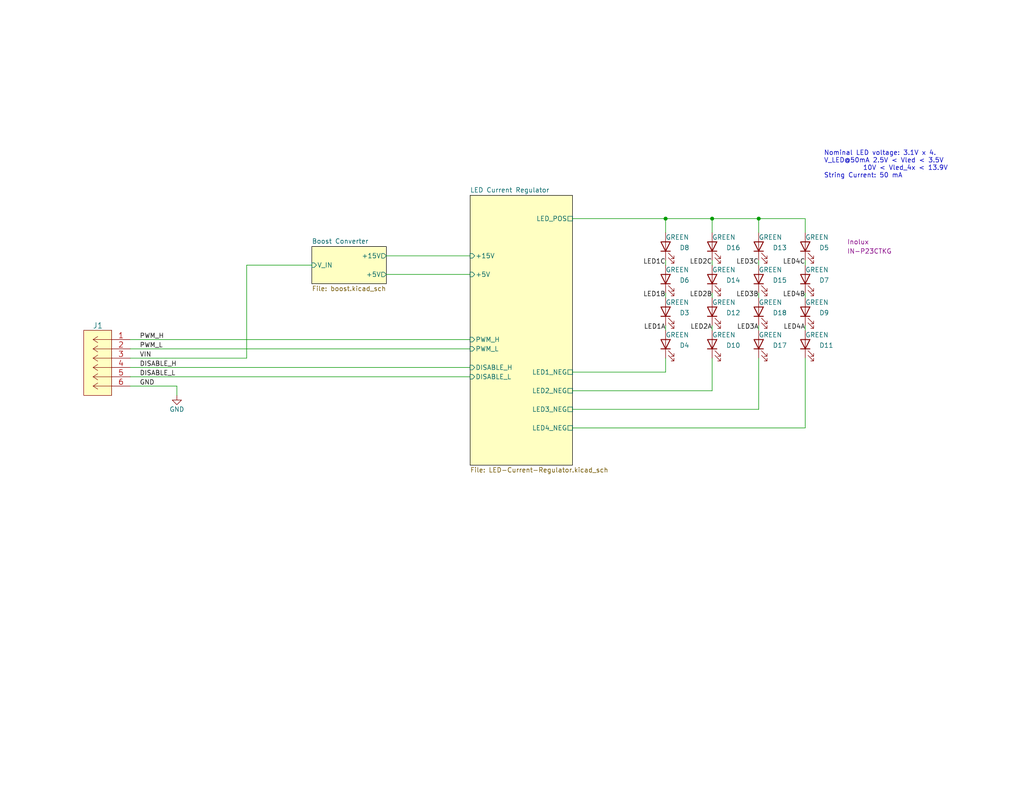
<source format=kicad_sch>
(kicad_sch (version 20211123) (generator eeschema)
  (paper "USLetter")
  (title_block (title "LED RING DRIVER") (date "2022-01-15") (rev "1.5") (company "SPARTAN 971"))
  (lib_symbols
    (symbol "Device:LED" (pin_numbers hide) (pin_names (offset 1.016) hide)
      (property "Reference" "D" (at 0 2.54 0))
      (property "Value" "LED" (at 0 -2.54 0))
      (symbol "LED_0_1"
        (polyline (pts (xy -1.27 -1.27) (xy -1.27 1.27)) (stroke (width 0.254)))
        (polyline (pts (xy -1.27 0) (xy 1.27 0)))
        (polyline (pts (xy 1.27 -1.27) (xy 1.27 1.27) (xy -1.27 0) (xy 1.27 -1.27)) (stroke (width 0.254)))
        (polyline (pts (xy -3.048 -0.762) (xy -4.572 -2.286) (xy -3.81 -2.286) (xy -4.572 -2.286) (xy -4.572 -1.524)))
        (polyline (pts (xy -1.778 -0.762) (xy -3.302 -2.286) (xy -2.54 -2.286) (xy -3.302 -2.286) (xy -3.302 -1.524)))
      )
      (symbol "LED_1_1"
        (pin passive line (at -3.81 0 0) (length 2.54) (name "K") (number "1"))
        (pin passive line (at 3.81 0 180) (length 2.54) (name "A") (number "2"))
      )
    )
    (symbol "led-ring-driver:430450601" (pin_names (offset 0.254) hide)
      (property "Reference" "J" (at 7.62 3.81 0))
      (symbol "430450601_0_1"
        (rectangle (start 5.08 2.54) (end 12.7 -15.24) (fill (type background)))
      )
      (symbol "430450601_1_1"
        (polyline (pts (xy 10.16 -12.7) (xy 5.08 -12.7)) (stroke (width 0.127)))
        (polyline (pts (xy 10.16 -12.7) (xy 8.89 -13.5382)) (stroke (width 0.127)))
        (polyline (pts (xy 10.16 -12.7) (xy 8.89 -11.8618)) (stroke (width 0.127)))
        (polyline (pts (xy 10.16 -10.16) (xy 5.08 -10.16)) (stroke (width 0.127)))
        (polyline (pts (xy 10.16 -10.16) (xy 8.89 -10.9982)) (stroke (width 0.127)))
        (polyline (pts (xy 10.16 -10.16) (xy 8.89 -9.3218)) (stroke (width 0.127)))
        (polyline (pts (xy 10.16 -7.62) (xy 5.08 -7.62)) (stroke (width 0.127)))
        (polyline (pts (xy 10.16 -7.62) (xy 8.89 -8.4582)) (stroke (width 0.127)))
        (polyline (pts (xy 10.16 -7.62) (xy 8.89 -6.7818)) (stroke (width 0.127)))
        (polyline (pts (xy 10.16 -5.08) (xy 5.08 -5.08)) (stroke (width 0.127)))
        (polyline (pts (xy 10.16 -5.08) (xy 8.89 -5.9182)) (stroke (width 0.127)))
        (polyline (pts (xy 10.16 -5.08) (xy 8.89 -4.2418)) (stroke (width 0.127)))
        (polyline (pts (xy 10.16 -2.54) (xy 5.08 -2.54)) (stroke (width 0.127)))
        (polyline (pts (xy 10.16 -2.54) (xy 8.89 -3.3782)) (stroke (width 0.127)))
        (polyline (pts (xy 10.16 -2.54) (xy 8.89 -1.7018)) (stroke (width 0.127)))
        (polyline (pts (xy 10.16 0) (xy 5.08 0)) (stroke (width 0.127)))
        (polyline (pts (xy 10.16 0) (xy 8.89 -0.8382)) (stroke (width 0.127)))
        (polyline (pts (xy 10.16 0) (xy 8.89 0.8382)) (stroke (width 0.127)))
        (pin unspecified line (at 0 0 0) (length 5.08) (name "1") (number "1"))
        (pin unspecified line (at 0 -2.54 0) (length 5.08) (name "2") (number "2"))
        (pin unspecified line (at 0 -5.08 0) (length 5.08) (name "3") (number "3"))
        (pin unspecified line (at 0 -7.62 0) (length 5.08) (name "4") (number "4"))
        (pin unspecified line (at 0 -10.16 0) (length 5.08) (name "5") (number "5"))
        (pin unspecified line (at 0 -12.7 0) (length 5.08) (name "6") (number "6"))
      )
    )
    (symbol "power:GND" (power) (pin_names (offset 0))
      (property "Value" "GND" (at 0 -3.81 0))
      (symbol "GND_0_1"
        (polyline (pts (xy 0 0) (xy 0 -1.27) (xy 1.27 -1.27) (xy 0 -2.54) (xy -1.27 -1.27) (xy 0 -1.27)))
      )
      (symbol "GND_1_1"
        (pin power_in line (at 0 0 270) (length 0) hide (name "GND") (number "1"))
      )
    )
  )
  (junction (at 194.31 59.69))
  (junction (at 207.01 59.69))
  (junction (at 181.61 59.69))
  (wire (pts (xy 181.61 59.69) (xy 181.61 63.5)))
  (wire (pts (xy 181.61 72.39) (xy 181.61 71.12)))
  (wire (pts (xy 181.61 90.17) (xy 181.61 88.9)))
  (wire (pts (xy 156.21 106.68) (xy 194.31 106.68)))
  (wire (pts (xy 35.56 97.79) (xy 67.31 97.79)))
  (wire (pts (xy 181.61 81.28) (xy 181.61 80.01)))
  (wire (pts (xy 194.31 59.69) (xy 207.01 59.69)))
  (wire (pts (xy 85.09 72.39) (xy 67.31 72.39)))
  (wire (pts (xy 35.56 95.25) (xy 128.27 95.25)))
  (wire (pts (xy 207.01 59.69) (xy 219.71 59.69)))
  (wire (pts (xy 181.61 59.69) (xy 194.31 59.69)))
  (wire (pts (xy 181.61 97.79) (xy 181.61 101.6)))
  (wire (pts (xy 194.31 72.39) (xy 194.31 71.12)))
  (wire (pts (xy 48.26 107.95) (xy 48.26 105.41)))
  (wire (pts (xy 219.71 59.69) (xy 219.71 63.5)))
  (wire (pts (xy 194.31 97.79) (xy 194.31 106.68)))
  (wire (pts (xy 219.71 81.28) (xy 219.71 80.01)))
  (wire (pts (xy 35.56 100.33) (xy 128.27 100.33)))
  (wire (pts (xy 194.31 90.17) (xy 194.31 88.9)))
  (wire (pts (xy 207.01 111.76) (xy 207.01 97.79)))
  (wire (pts (xy 207.01 90.17) (xy 207.01 88.9)))
  (wire (pts (xy 35.56 102.87) (xy 128.27 102.87)))
  (wire (pts (xy 105.41 69.85) (xy 128.27 69.85)))
  (wire (pts (xy 156.21 59.69) (xy 181.61 59.69)))
  (wire (pts (xy 194.31 59.69) (xy 194.31 63.5)))
  (wire (pts (xy 105.41 74.93) (xy 128.27 74.93)))
  (wire (pts (xy 67.31 72.39) (xy 67.31 97.79)))
  (wire (pts (xy 207.01 59.69) (xy 207.01 63.5)))
  (wire (pts (xy 35.56 92.71) (xy 128.27 92.71)))
  (wire (pts (xy 219.71 90.17) (xy 219.71 88.9)))
  (wire (pts (xy 207.01 81.28) (xy 207.01 80.01)))
  (wire (pts (xy 219.71 72.39) (xy 219.71 71.12)))
  (wire (pts (xy 207.01 72.39) (xy 207.01 71.12)))
  (wire (pts (xy 219.71 97.79) (xy 219.71 116.84)))
  (wire (pts (xy 194.31 81.28) (xy 194.31 80.01)))
  (wire (pts (xy 156.21 111.76) (xy 207.01 111.76)))
  (wire (pts (xy 156.21 101.6) (xy 181.61 101.6)))
  (wire (pts (xy 219.71 116.84) (xy 156.21 116.84)))
  (wire (pts (xy 35.56 105.41) (xy 48.26 105.41)))
  (text "Nominal LED voltage: 3.1V x 4.\nV_LED@50mA 2.5V < Vled < 3.5V\n           10V < Vled_4x < 13.9V\nString Current: 50 mA\n\n" (at 224.79 50.8 0) (effects (font (size 1.27 1.27)) (justify left bottom)))
  (label "LED4C" (at 219.71 72.39 180))
  (label "LED2B" (at 194.31 81.28 180))
  (label "LED3B" (at 207.01 81.28 180))
  (label "LED3A" (at 207.01 90.17 180))
  (label "LED2C" (at 194.31 72.39 180))
  (label "LED4A" (at 219.71 90.17 180))
  (label "LED1A" (at 181.61 90.17 180))
  (label "LED4B" (at 219.71 81.28 180))
  (label "PWM_H" (at 38.1 92.71 0))
  (label "LED2A" (at 194.31 90.17 180))
  (label "DISABLE_L" (at 38.1 102.87 0))
  (label "VIN" (at 38.1 97.79 0))
  (label "PWM_L" (at 38.1 95.25 0))
  (label "GND" (at 38.1 105.41 0))
  (label "DISABLE_H" (at 38.1 100.33 0))
  (label "LED1B" (at 181.61 81.28 180))
  (label "LED3C" (at 207.01 72.39 180))
  (label "LED1C" (at 181.61 72.39 180))
  (symbol (lib_id "Device:LED") (at 207.01 85.09 90) (unit 1)
    (property "Reference" "D18" (at 210.82 85.4074 90) (effects (justify right)))
    (property "Value" "GREEN" (at 207.01 82.55 90) (effects (justify right)))
    (property "Footprint" "LED_SMD:LED_PLCC_2835" (effects hide))
    (property "Datasheet" "https://www.inolux-corp.com/datasheet/SMDLED/Mono%20Color%20Top%20View/IN-P23CTKG_V1.0.pdf" (effects hide))
    (property "MFG" "Inolux" (effects hide))
    (property "P/N" "IN-P23CTKG" (effects hide))
  )
  (symbol (lib_id "Device:LED") (at 219.71 85.09 90) (unit 1)
    (property "Reference" "D9" (at 223.52 85.4074 90) (effects (justify right)))
    (property "Value" "GREEN" (at 219.71 82.55 90) (effects (justify right)))
    (property "Footprint" "LED_SMD:LED_PLCC_2835" (effects hide))
    (property "Datasheet" "https://www.inolux-corp.com/datasheet/SMDLED/Mono%20Color%20Top%20View/IN-P23CTKG_V1.0.pdf" (effects hide))
    (property "MFG" "Inolux" (effects hide))
    (property "P/N" "IN-P23CTKG" (effects hide))
  )
  (symbol (lib_id "Device:LED") (at 194.31 67.31 90) (unit 1)
    (property "Reference" "D16" (at 198.12 67.6274 90) (effects (justify right)))
    (property "Value" "GREEN" (at 194.31 64.77 90) (effects (justify right)))
    (property "Footprint" "LED_SMD:LED_PLCC_2835" (effects hide))
    (property "Datasheet" "https://www.inolux-corp.com/datasheet/SMDLED/Mono%20Color%20Top%20View/IN-P23CTKG_V1.0.pdf" (effects hide))
    (property "MFG" "Inolux" (effects hide))
    (property "P/N" "IN-P23CTKG" (effects hide))
  )
  (symbol (lib_id "Device:LED") (at 181.61 67.31 90) (unit 1)
    (property "Reference" "D8" (at 185.42 67.6274 90) (effects (justify right)))
    (property "Value" "GREEN" (at 181.61 64.77 90) (effects (justify right)))
    (property "Footprint" "LED_SMD:LED_PLCC_2835" (effects hide))
    (property "Datasheet" "https://www.inolux-corp.com/datasheet/SMDLED/Mono%20Color%20Top%20View/IN-P23CTKG_V1.0.pdf" (effects hide))
    (property "MFG" "Inolux" (effects hide))
    (property "P/N" "IN-P23CTKG" (effects hide))
  )
  (symbol (lib_id "Device:LED") (at 219.71 93.98 90) (unit 1)
    (property "Reference" "D11" (at 223.52 94.2974 90) (effects (justify right)))
    (property "Value" "GREEN" (at 219.71 91.44 90) (effects (justify right)))
    (property "Footprint" "LED_SMD:LED_PLCC_2835" (effects hide))
    (property "Datasheet" "https://www.inolux-corp.com/datasheet/SMDLED/Mono%20Color%20Top%20View/IN-P23CTKG_V1.0.pdf" (effects hide))
    (property "MFG" "Inolux" (effects hide))
    (property "P/N" "IN-P23CTKG" (effects hide))
  )
  (symbol (lib_id "Device:LED") (at 194.31 76.2 90) (unit 1)
    (property "Reference" "D14" (at 198.12 76.5174 90) (effects (justify right)))
    (property "Value" "GREEN" (at 194.31 73.66 90) (effects (justify right)))
    (property "Footprint" "LED_SMD:LED_PLCC_2835" (effects hide))
    (property "Datasheet" "https://www.inolux-corp.com/datasheet/SMDLED/Mono%20Color%20Top%20View/IN-P23CTKG_V1.0.pdf" (effects hide))
    (property "MFG" "Inolux" (effects hide))
    (property "P/N" "IN-P23CTKG" (effects hide))
  )
  (symbol (lib_id "Device:LED") (at 219.71 76.2 90) (unit 1)
    (property "Reference" "D7" (at 223.52 76.5174 90) (effects (justify right)))
    (property "Value" "GREEN" (at 219.71 73.66 90) (effects (justify right)))
    (property "Footprint" "LED_SMD:LED_PLCC_2835" (effects hide))
    (property "Datasheet" "https://www.inolux-corp.com/datasheet/SMDLED/Mono%20Color%20Top%20View/IN-P23CTKG_V1.0.pdf" (effects hide))
    (property "MFG" "Inolux" (effects hide))
    (property "P/N" "IN-P23CTKG" (effects hide))
  )
  (symbol (lib_id "Device:LED") (at 207.01 67.31 90) (unit 1)
    (property "Reference" "D13" (at 210.82 67.6274 90) (effects (justify right)))
    (property "Value" "GREEN" (at 207.01 64.77 90) (effects (justify right)))
    (property "Footprint" "LED_SMD:LED_PLCC_2835" (effects hide))
    (property "Datasheet" "https://www.inolux-corp.com/datasheet/SMDLED/Mono%20Color%20Top%20View/IN-P23CTKG_V1.0.pdf" (effects hide))
    (property "MFG" "Inolux" (effects hide))
    (property "P/N" "IN-P23CTKG" (effects hide))
  )
  (symbol (lib_id "Device:LED") (at 194.31 93.98 90) (unit 1)
    (property "Reference" "D10" (at 198.12 94.2974 90) (effects (justify right)))
    (property "Value" "GREEN" (at 194.31 91.44 90) (effects (justify right)))
    (property "Footprint" "LED_SMD:LED_PLCC_2835" (effects hide))
    (property "Datasheet" "https://www.inolux-corp.com/datasheet/SMDLED/Mono%20Color%20Top%20View/IN-P23CTKG_V1.0.pdf" (effects hide))
    (property "MFG" "Inolux" (effects hide))
    (property "P/N" "IN-P23CTKG" (effects hide))
  )
  (symbol (lib_id "Device:LED") (at 207.01 76.2 90) (unit 1)
    (property "Reference" "D15" (at 210.82 76.5174 90) (effects (justify right)))
    (property "Value" "GREEN" (at 207.01 73.66 90) (effects (justify right)))
    (property "Footprint" "LED_SMD:LED_PLCC_2835" (effects hide))
    (property "Datasheet" "https://www.inolux-corp.com/datasheet/SMDLED/Mono%20Color%20Top%20View/IN-P23CTKG_V1.0.pdf" (effects hide))
    (property "MFG" "Inolux" (effects hide))
    (property "P/N" "IN-P23CTKG" (effects hide))
  )
  (symbol (lib_id "power:GND") (at 48.26 107.95 0) (unit 1)
    (property "Reference" "#PWR0112" (effects hide))
    (property "Value" "GND" (at 48.26 111.76 0))
  )
  (symbol (lib_id "Device:LED") (at 181.61 85.09 90) (unit 1)
    (property "Reference" "D3" (at 185.42 85.4074 90) (effects (justify right)))
    (property "Value" "GREEN" (at 181.61 82.55 90) (effects (justify right)))
    (property "Footprint" "LED_SMD:LED_PLCC_2835" (effects hide))
    (property "Datasheet" "https://www.inolux-corp.com/datasheet/SMDLED/Mono%20Color%20Top%20View/IN-P23CTKG_V1.0.pdf" (effects hide))
    (property "MFG" "Inolux" (effects hide))
    (property "P/N" "IN-P23CTKG" (effects hide))
  )
  (symbol (lib_id "Device:LED") (at 181.61 76.2 90) (unit 1)
    (property "Reference" "D6" (at 185.42 76.5174 90) (effects (justify right)))
    (property "Value" "GREEN" (at 181.61 73.66 90) (effects (justify right)))
    (property "Footprint" "LED_SMD:LED_PLCC_2835" (effects hide))
    (property "Datasheet" "https://www.inolux-corp.com/datasheet/SMDLED/Mono%20Color%20Top%20View/IN-P23CTKG_V1.0.pdf" (effects hide))
    (property "MFG" "Inolux" (effects hide))
    (property "P/N" "IN-P23CTKG" (effects hide))
  )
  (symbol (lib_id "Device:LED") (at 207.01 93.98 90) (unit 1)
    (property "Reference" "D17" (at 210.82 94.2974 90) (effects (justify right)))
    (property "Value" "GREEN" (at 207.01 91.44 90) (effects (justify right)))
    (property "Footprint" "LED_SMD:LED_PLCC_2835" (effects hide))
    (property "Datasheet" "https://www.inolux-corp.com/datasheet/SMDLED/Mono%20Color%20Top%20View/IN-P23CTKG_V1.0.pdf" (effects hide))
    (property "MFG" "Inolux" (effects hide))
    (property "P/N" "IN-P23CTKG" (effects hide))
  )
  (symbol (lib_id "Device:LED") (at 219.71 67.31 90) (unit 1)
    (property "Reference" "D5" (at 223.52 67.6274 90) (effects (justify right)))
    (property "Value" "GREEN" (at 219.71 64.77 90) (effects (justify right)))
    (property "Footprint" "LED_SMD:LED_PLCC_2835" (effects hide))
    (property "Datasheet" "https://www.inolux-corp.com/datasheet/SMDLED/Mono%20Color%20Top%20View/IN-P23CTKG_V1.0.pdf" (effects hide))
    (property "MFG" "Inolux" (at 231.14 66.04 90) (effects (justify right)))
    (property "P/N" "IN-P23CTKG" (at 231.14 68.58 90) (effects (justify right)))
  )
  (symbol (lib_id "led-ring-driver:430450601") (at 35.56 92.71 0) (mirror y) (unit 1)
    (property "Reference" "J1" (at 26.7017 88.9 0) (effects (font (size 1.524 1.524))))
    (property "Value" "430450601" (effects hide))
    (property "Footprint" "led-ring-driver:430450601" (effects hide))
    (property "Datasheet" "https://media.digikey.com/pdf/Data%20Sheets/Molex%20PDFs/PK-70873-05xx_1_N3.pdf" (effects hide))
    (property "MFG" "Molex" (effects hide))
    (property "P/N" "0430450601" (effects hide))
  )
  (symbol (lib_id "Device:LED") (at 194.31 85.09 90) (unit 1)
    (property "Reference" "D12" (at 198.12 85.4074 90) (effects (justify right)))
    (property "Value" "GREEN" (at 194.31 82.55 90) (effects (justify right)))
    (property "Footprint" "LED_SMD:LED_PLCC_2835" (effects hide))
    (property "Datasheet" "https://www.inolux-corp.com/datasheet/SMDLED/Mono%20Color%20Top%20View/IN-P23CTKG_V1.0.pdf" (effects hide))
    (property "MFG" "Inolux" (effects hide))
    (property "P/N" "IN-P23CTKG" (effects hide))
  )
  (symbol (lib_id "Device:LED") (at 181.61 93.98 90) (unit 1)
    (property "Reference" "D4" (at 185.42 94.2974 90) (effects (justify right)))
    (property "Value" "GREEN" (at 181.61 91.44 90) (effects (justify right)))
    (property "Footprint" "LED_SMD:LED_PLCC_2835" (effects hide))
    (property "Datasheet" "https://www.inolux-corp.com/datasheet/SMDLED/Mono%20Color%20Top%20View/IN-P23CTKG_V1.0.pdf" (effects hide))
    (property "MFG" "Inolux" (effects hide))
    (property "P/N" "IN-P23CTKG" (effects hide))
  )
  (sheet (at 85.09 67.31) (size 20.32 10.16) (stroke (width 0.1524) (color 0 0 0 1)) (fill (color 255 255 194 1.0000))
    (property "Sheet name" "Boost Converter" (at 85.09 66.5984 0) (effects (justify left bottom)))
    (property "Sheet file" "boost.kicad_sch" (at 85.09 78.0546 0) (effects (justify left top)))
    (pin "V_IN" input (at 85.09 72.39 180))
    (pin "+15V" output (at 105.41 69.85 0))
    (pin "+5V" output (at 105.41 74.93 0))
  )
  (sheet (at 128.27 53.34) (size 27.94 73.66) (stroke (width 0.1524) (color 0 0 0 1)) (fill (color 255 255 194 1.0000))
    (property "Sheet name" "LED Current Regulator" (at 128.27 52.6284 0) (effects (justify left bottom)))
    (property "Sheet file" "LED-Current-Regulator.kicad_sch" (at 128.27 127.5846 0) (effects (justify left top)))
    (pin "PWM_H" input (at 128.27 92.71 180))
    (pin "PWM_L" input (at 128.27 95.25 180))
    (pin "DISABLE_H" input (at 128.27 100.33 180))
    (pin "DISABLE_L" input (at 128.27 102.87 180))
    (pin "LED_POS" passive (at 156.21 59.69 0))
    (pin "LED2_NEG" passive (at 156.21 106.68 0))
    (pin "LED3_NEG" passive (at 156.21 111.76 0))
    (pin "LED4_NEG" passive (at 156.21 116.84 0))
    (pin "LED1_NEG" passive (at 156.21 101.6 0))
    (pin "+15V" input (at 128.27 69.85 180))
    (pin "+5V" input (at 128.27 74.93 180))
  )
)
</source>
